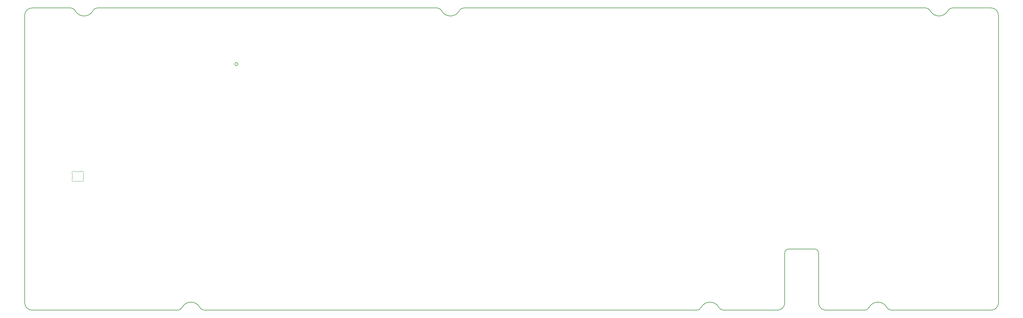
<source format=gbr>
%TF.GenerationSoftware,KiCad,Pcbnew,7.0.1*%
%TF.CreationDate,2023-05-02T20:58:12+03:00*%
%TF.ProjectId,rp2040-bakeneko65,72703230-3430-42d6-9261-6b656e656b6f,rev?*%
%TF.SameCoordinates,Original*%
%TF.FileFunction,Profile,NP*%
%FSLAX46Y46*%
G04 Gerber Fmt 4.6, Leading zero omitted, Abs format (unit mm)*
G04 Created by KiCad (PCBNEW 7.0.1) date 2023-05-02 20:58:12*
%MOMM*%
%LPD*%
G01*
G04 APERTURE LIST*
%TA.AperFunction,Profile*%
%ADD10C,0.200000*%
%TD*%
%TA.AperFunction,Profile*%
%ADD11C,0.100000*%
%TD*%
G04 APERTURE END LIST*
D10*
X59647905Y-175511095D02*
G75*
G03*
X61897894Y-177761095I2249995J-5D01*
G01*
X297972894Y-158711094D02*
G75*
G03*
X296722894Y-159961095I-94J-1249906D01*
G01*
X61897894Y-83561094D02*
G75*
G03*
X59647894Y-85811095I-94J-2249906D01*
G01*
X82296000Y-83561133D02*
G75*
G03*
X80965967Y-84367546I-100J-1499867D01*
G01*
X294472894Y-177761095D02*
X277558500Y-177761095D01*
X107387289Y-177761095D02*
X61897894Y-177761095D01*
X269312289Y-177761122D02*
G75*
G03*
X270642322Y-176954643I-89J1500122D01*
G01*
X321699789Y-177761095D02*
X309547894Y-177761095D01*
X342079824Y-84367545D02*
G75*
G03*
X347665966Y-84367546I2793071J1456448D01*
G01*
X307297905Y-175511095D02*
G75*
G03*
X309547894Y-177761095I2249995J-5D01*
G01*
X361147894Y-177761094D02*
G75*
G03*
X363397894Y-175511095I-94J2250094D01*
G01*
X107387289Y-177761122D02*
G75*
G03*
X108717322Y-176954643I-89J1500122D01*
G01*
X189679786Y-84367565D02*
G75*
G03*
X188349789Y-83561095I-1329986J-693435D01*
G01*
X297972894Y-158711095D02*
X306047894Y-158711095D01*
X269312289Y-177761095D02*
X115633500Y-177761095D01*
X340749789Y-83561095D02*
X196596000Y-83561095D01*
X307297894Y-159961095D02*
X307297894Y-175511095D01*
X188349789Y-83561095D02*
X82296000Y-83561095D01*
X361147894Y-177761095D02*
X329946000Y-177761095D01*
X328616016Y-176954617D02*
G75*
G03*
X329946000Y-177761095I1329984J693417D01*
G01*
X363397905Y-85811095D02*
G75*
G03*
X361147894Y-83561095I-2250005J-5D01*
G01*
X75379786Y-84367565D02*
G75*
G03*
X74049789Y-83561095I-1329986J-693435D01*
G01*
X114303516Y-176954617D02*
G75*
G03*
X115633500Y-177761095I1329984J693417D01*
G01*
X321699789Y-177761122D02*
G75*
G03*
X323029822Y-176954643I-89J1500122D01*
G01*
X328615966Y-176954643D02*
G75*
G03*
X323029824Y-176954643I-2793071J-1456450D01*
G01*
X361147894Y-83561095D02*
X348996000Y-83561095D01*
X276228466Y-176954643D02*
G75*
G03*
X270642324Y-176954643I-2793071J-1456450D01*
G01*
X296722894Y-159961095D02*
X296722894Y-175511095D01*
X307297905Y-159961095D02*
G75*
G03*
X306047894Y-158711095I-1250005J-5D01*
G01*
X75379824Y-84367545D02*
G75*
G03*
X80965965Y-84367546I2793071J1456449D01*
G01*
X126197894Y-101061095D02*
G75*
G03*
X126197894Y-101061095I-500000J0D01*
G01*
X348996000Y-83561133D02*
G75*
G03*
X347665967Y-84367546I-100J-1499867D01*
G01*
X114303466Y-176954643D02*
G75*
G03*
X108717324Y-176954643I-2793071J-1456450D01*
G01*
X189679824Y-84367545D02*
G75*
G03*
X195265966Y-84367546I2793071J1456448D01*
G01*
X196596000Y-83561133D02*
G75*
G03*
X195265967Y-84367546I-100J-1499867D01*
G01*
X363397894Y-175511095D02*
X363397894Y-85811095D01*
X294472894Y-177761094D02*
G75*
G03*
X296722894Y-175511095I-94J2250094D01*
G01*
X276228516Y-176954617D02*
G75*
G03*
X277558500Y-177761095I1329984J693417D01*
G01*
X342079786Y-84367565D02*
G75*
G03*
X340749789Y-83561095I-1329986J-693435D01*
G01*
X74049789Y-83561095D02*
X61897894Y-83561095D01*
X59647894Y-175511095D02*
X59647894Y-85811095D01*
D11*
%TO.C,LED1*%
X77899999Y-135345907D02*
X77899999Y-136751591D01*
X76994452Y-137548749D02*
X75405548Y-137548749D01*
X75405548Y-134548750D02*
X76994453Y-134548750D01*
X74500001Y-136751591D02*
X74500001Y-135345907D01*
X77900000Y-136751591D02*
G75*
G03*
X77949485Y-136968469I499989J-2D01*
G01*
X77246711Y-137617048D02*
G75*
G03*
X77949483Y-136968468I252259J431700D01*
G01*
X77949484Y-135129029D02*
G75*
G03*
X77899999Y-135345906I450505J-216876D01*
G01*
X77949482Y-135129028D02*
G75*
G03*
X77246711Y-134480452I-450513J216877D01*
G01*
X76994453Y-134548750D02*
G75*
G03*
X77246711Y-134480451I-3J500009D01*
G01*
X77246711Y-137617048D02*
G75*
G03*
X76994452Y-137548749I-252261J-431710D01*
G01*
X75153289Y-134480450D02*
G75*
G03*
X75405547Y-134548749I252261J431710D01*
G01*
X75405548Y-137548750D02*
G75*
G03*
X75153290Y-137617048I2J-500010D01*
G01*
X74450520Y-136968471D02*
G75*
G03*
X75153289Y-137617046I450510J-216879D01*
G01*
X74450516Y-136968469D02*
G75*
G03*
X74500001Y-136751592I-450866J216959D01*
G01*
X75153289Y-134480450D02*
G75*
G03*
X74450516Y-135129029I-252259J-431700D01*
G01*
X74500013Y-135345907D02*
G75*
G03*
X74450516Y-135129029I-500513J-143D01*
G01*
%TD*%
M02*

</source>
